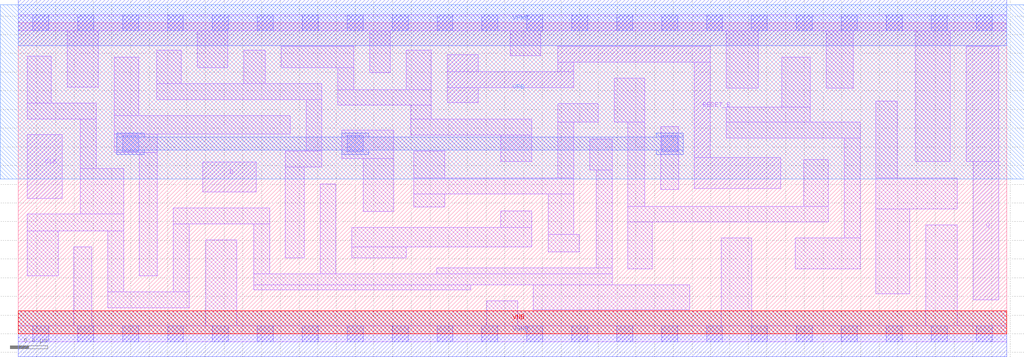
<source format=lef>
# Copyright 2020 The SkyWater PDK Authors
#
# Licensed under the Apache License, Version 2.0 (the "License");
# you may not use this file except in compliance with the License.
# You may obtain a copy of the License at
#
#     https://www.apache.org/licenses/LICENSE-2.0
#
# Unless required by applicable law or agreed to in writing, software
# distributed under the License is distributed on an "AS IS" BASIS,
# WITHOUT WARRANTIES OR CONDITIONS OF ANY KIND, either express or implied.
# See the License for the specific language governing permissions and
# limitations under the License.
#
# SPDX-License-Identifier: Apache-2.0

VERSION 5.7 ;
  NOWIREEXTENSIONATPIN ON ;
  DIVIDERCHAR "/" ;
  BUSBITCHARS "[]" ;
MACRO sky130_fd_sc_lp__dfrtp_1
  CLASS CORE ;
  FOREIGN sky130_fd_sc_lp__dfrtp_1 ;
  ORIGIN  0.000000  0.000000 ;
  SIZE  10.56000 BY  3.330000 ;
  SYMMETRY X Y R90 ;
  SITE unit ;
  PIN D
    ANTENNAGATEAREA  0.126000 ;
    DIRECTION INPUT ;
    USE SIGNAL ;
    PORT
      LAYER li1 ;
        RECT 1.970000 1.515000 2.545000 1.840000 ;
    END
  END D
  PIN Q
    ANTENNADIFFAREA  0.556500 ;
    DIRECTION OUTPUT ;
    USE SIGNAL ;
    PORT
      LAYER li1 ;
        RECT 10.130000 1.845000 10.475000 3.075000 ;
        RECT 10.205000 0.365000 10.475000 1.845000 ;
    END
  END Q
  PIN RESET_B
    ANTENNAGATEAREA  0.378000 ;
    DIRECTION INPUT ;
    USE SIGNAL ;
    PORT
      LAYER li1 ;
        RECT 4.585000 2.475000 4.915000 2.635000 ;
        RECT 4.585000 2.635000 5.935000 2.805000 ;
        RECT 4.585000 2.805000 4.915000 2.985000 ;
        RECT 5.765000 2.805000 5.935000 2.905000 ;
        RECT 5.765000 2.905000 7.395000 3.075000 ;
        RECT 7.225000 1.555000 8.145000 1.885000 ;
        RECT 7.225000 1.885000 7.395000 2.905000 ;
    END
  END RESET_B
  PIN CLK
    ANTENNAGATEAREA  0.159000 ;
    DIRECTION INPUT ;
    USE CLOCK ;
    PORT
      LAYER li1 ;
        RECT 0.095000 1.450000 0.470000 2.130000 ;
    END
  END CLK
  PIN VGND
    DIRECTION INOUT ;
    USE GROUND ;
    PORT
      LAYER met1 ;
        RECT 0.000000 -0.245000 10.560000 0.245000 ;
    END
  END VGND
  PIN VNB
    DIRECTION INOUT ;
    USE GROUND ;
    PORT
      LAYER pwell ;
        RECT 0.000000 0.000000 10.560000 0.245000 ;
    END
  END VNB
  PIN VPB
    DIRECTION INOUT ;
    USE POWER ;
    PORT
      LAYER nwell ;
        RECT -0.190000 1.655000 10.750000 3.520000 ;
    END
  END VPB
  PIN VPWR
    DIRECTION INOUT ;
    USE POWER ;
    PORT
      LAYER met1 ;
        RECT 0.000000 3.085000 10.560000 3.575000 ;
    END
  END VPWR
  OBS
    LAYER li1 ;
      RECT 0.000000 -0.085000 10.560000 0.085000 ;
      RECT 0.000000  3.245000 10.560000 3.415000 ;
      RECT 0.095000  0.620000  0.425000 1.100000 ;
      RECT 0.095000  1.100000  1.125000 1.280000 ;
      RECT 0.095000  2.300000  0.835000 2.470000 ;
      RECT 0.095000  2.470000  0.355000 2.970000 ;
      RECT 0.525000  2.640000  0.855000 3.245000 ;
      RECT 0.595000  0.085000  0.785000 0.930000 ;
      RECT 0.665000  1.280000  1.125000 1.770000 ;
      RECT 0.665000  1.770000  0.835000 2.300000 ;
      RECT 0.955000  0.280000  1.825000 0.450000 ;
      RECT 0.955000  0.450000  1.125000 1.100000 ;
      RECT 1.025000  1.940000  1.485000 2.135000 ;
      RECT 1.025000  2.135000  2.905000 2.335000 ;
      RECT 1.025000  2.335000  1.285000 2.960000 ;
      RECT 1.295000  0.620000  1.485000 1.940000 ;
      RECT 1.480000  2.505000  3.245000 2.675000 ;
      RECT 1.480000  2.675000  1.740000 3.035000 ;
      RECT 1.655000  0.450000  1.825000 1.175000 ;
      RECT 1.655000  1.175000  2.685000 1.345000 ;
      RECT 1.910000  2.845000  2.240000 3.245000 ;
      RECT 2.005000  0.085000  2.335000 1.005000 ;
      RECT 2.410000  2.675000  2.640000 3.035000 ;
      RECT 2.515000  0.470000  4.835000 0.525000 ;
      RECT 2.515000  0.525000  6.345000 0.640000 ;
      RECT 2.515000  0.640000  2.685000 1.175000 ;
      RECT 2.810000  2.845000  3.585000 3.075000 ;
      RECT 2.855000  0.810000  3.055000 1.785000 ;
      RECT 2.855000  1.785000  3.245000 1.955000 ;
      RECT 3.075000  1.955000  3.245000 2.505000 ;
      RECT 3.225000  0.640000  3.395000 1.605000 ;
      RECT 3.415000  2.445000  4.415000 2.615000 ;
      RECT 3.415000  2.615000  3.585000 2.845000 ;
      RECT 3.455000  1.875000  4.015000 2.180000 ;
      RECT 3.565000  0.810000  4.145000 0.930000 ;
      RECT 3.565000  0.930000  5.485000 1.140000 ;
      RECT 3.685000  1.310000  4.015000 1.875000 ;
      RECT 3.755000  2.795000  3.975000 3.245000 ;
      RECT 4.145000  2.615000  4.415000 3.035000 ;
      RECT 4.195000  2.125000  5.485000 2.295000 ;
      RECT 4.195000  2.295000  4.415000 2.445000 ;
      RECT 4.225000  1.355000  4.555000 1.495000 ;
      RECT 4.225000  1.495000  5.935000 1.665000 ;
      RECT 4.225000  1.665000  4.555000 1.955000 ;
      RECT 4.470000  0.640000  6.345000 0.705000 ;
      RECT 5.005000  0.085000  5.335000 0.355000 ;
      RECT 5.155000  1.140000  5.485000 1.315000 ;
      RECT 5.155000  1.845000  5.485000 2.125000 ;
      RECT 5.255000  2.975000  5.585000 3.245000 ;
      RECT 5.505000  0.255000  7.175000 0.525000 ;
      RECT 5.665000  0.875000  5.995000 1.065000 ;
      RECT 5.665000  1.065000  5.935000 1.495000 ;
      RECT 5.765000  1.665000  5.935000 2.265000 ;
      RECT 5.765000  2.265000  6.200000 2.465000 ;
      RECT 6.105000  1.755000  6.345000 2.085000 ;
      RECT 6.175000  0.705000  6.345000 1.755000 ;
      RECT 6.370000  2.265000  6.695000 2.735000 ;
      RECT 6.515000  0.695000  6.775000 1.195000 ;
      RECT 6.515000  1.195000  8.655000 1.365000 ;
      RECT 6.515000  1.365000  6.695000 2.265000 ;
      RECT 6.865000  1.545000  7.055000 2.215000 ;
      RECT 7.510000  0.085000  7.840000 1.025000 ;
      RECT 7.565000  2.095000  8.995000 2.265000 ;
      RECT 7.565000  2.265000  8.465000 2.425000 ;
      RECT 7.565000  2.630000  7.905000 3.245000 ;
      RECT 8.160000  2.425000  8.465000 2.960000 ;
      RECT 8.300000  0.695000  8.995000 1.025000 ;
      RECT 8.395000  1.365000  8.655000 1.865000 ;
      RECT 8.635000  2.630000  8.920000 3.245000 ;
      RECT 8.825000  1.025000  8.995000 2.095000 ;
      RECT 9.165000  0.430000  9.525000 1.335000 ;
      RECT 9.165000  1.335000 10.035000 1.665000 ;
      RECT 9.165000  1.665000  9.390000 2.490000 ;
      RECT 9.585000  1.845000  9.960000 3.245000 ;
      RECT 9.695000  0.085000 10.035000 1.165000 ;
    LAYER mcon ;
      RECT  0.155000 -0.085000  0.325000 0.085000 ;
      RECT  0.155000  3.245000  0.325000 3.415000 ;
      RECT  0.635000 -0.085000  0.805000 0.085000 ;
      RECT  0.635000  3.245000  0.805000 3.415000 ;
      RECT  1.115000 -0.085000  1.285000 0.085000 ;
      RECT  1.115000  1.950000  1.285000 2.120000 ;
      RECT  1.115000  3.245000  1.285000 3.415000 ;
      RECT  1.595000 -0.085000  1.765000 0.085000 ;
      RECT  1.595000  3.245000  1.765000 3.415000 ;
      RECT  2.075000 -0.085000  2.245000 0.085000 ;
      RECT  2.075000  3.245000  2.245000 3.415000 ;
      RECT  2.555000 -0.085000  2.725000 0.085000 ;
      RECT  2.555000  3.245000  2.725000 3.415000 ;
      RECT  3.035000 -0.085000  3.205000 0.085000 ;
      RECT  3.035000  3.245000  3.205000 3.415000 ;
      RECT  3.515000 -0.085000  3.685000 0.085000 ;
      RECT  3.515000  1.950000  3.685000 2.120000 ;
      RECT  3.515000  3.245000  3.685000 3.415000 ;
      RECT  3.995000 -0.085000  4.165000 0.085000 ;
      RECT  3.995000  3.245000  4.165000 3.415000 ;
      RECT  4.475000 -0.085000  4.645000 0.085000 ;
      RECT  4.475000  3.245000  4.645000 3.415000 ;
      RECT  4.955000 -0.085000  5.125000 0.085000 ;
      RECT  4.955000  3.245000  5.125000 3.415000 ;
      RECT  5.435000 -0.085000  5.605000 0.085000 ;
      RECT  5.435000  3.245000  5.605000 3.415000 ;
      RECT  5.915000 -0.085000  6.085000 0.085000 ;
      RECT  5.915000  3.245000  6.085000 3.415000 ;
      RECT  6.395000 -0.085000  6.565000 0.085000 ;
      RECT  6.395000  3.245000  6.565000 3.415000 ;
      RECT  6.875000 -0.085000  7.045000 0.085000 ;
      RECT  6.875000  1.950000  7.045000 2.120000 ;
      RECT  6.875000  3.245000  7.045000 3.415000 ;
      RECT  7.355000 -0.085000  7.525000 0.085000 ;
      RECT  7.355000  3.245000  7.525000 3.415000 ;
      RECT  7.835000 -0.085000  8.005000 0.085000 ;
      RECT  7.835000  3.245000  8.005000 3.415000 ;
      RECT  8.315000 -0.085000  8.485000 0.085000 ;
      RECT  8.315000  3.245000  8.485000 3.415000 ;
      RECT  8.795000 -0.085000  8.965000 0.085000 ;
      RECT  8.795000  3.245000  8.965000 3.415000 ;
      RECT  9.275000 -0.085000  9.445000 0.085000 ;
      RECT  9.275000  3.245000  9.445000 3.415000 ;
      RECT  9.755000 -0.085000  9.925000 0.085000 ;
      RECT  9.755000  3.245000  9.925000 3.415000 ;
      RECT 10.235000 -0.085000 10.405000 0.085000 ;
      RECT 10.235000  3.245000 10.405000 3.415000 ;
    LAYER met1 ;
      RECT 1.055000 1.920000 1.345000 1.965000 ;
      RECT 1.055000 1.965000 7.105000 2.105000 ;
      RECT 1.055000 2.105000 1.345000 2.150000 ;
      RECT 3.455000 1.920000 3.745000 1.965000 ;
      RECT 3.455000 2.105000 3.745000 2.150000 ;
      RECT 6.815000 1.920000 7.105000 1.965000 ;
      RECT 6.815000 2.105000 7.105000 2.150000 ;
  END
END sky130_fd_sc_lp__dfrtp_1
END LIBRARY

</source>
